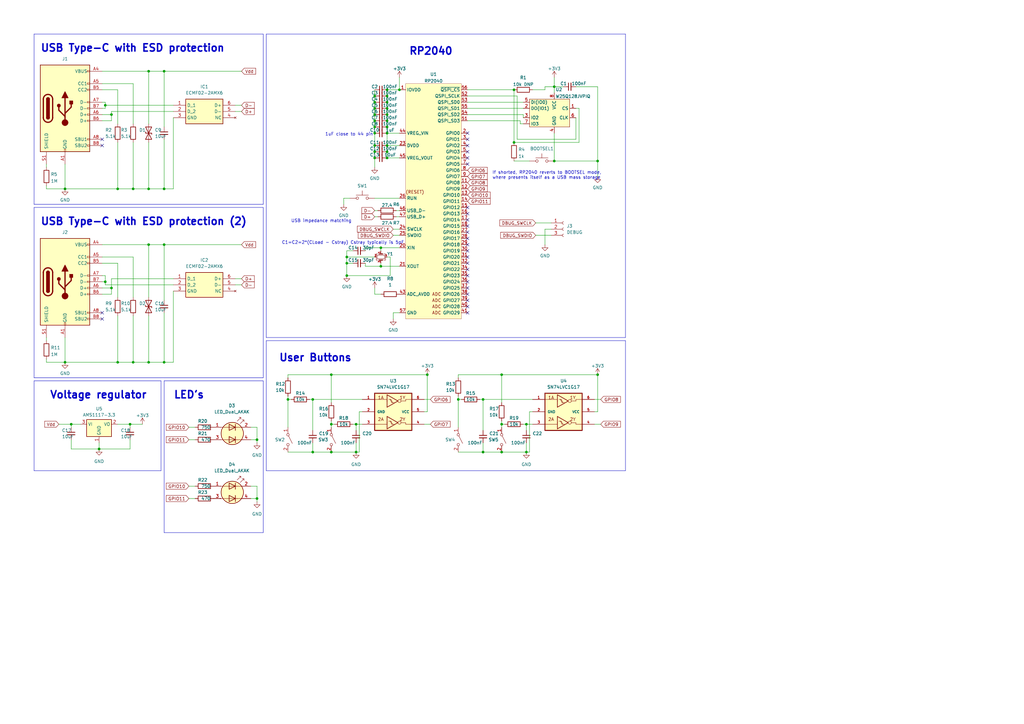
<source format=kicad_sch>
(kicad_sch (version 20230121) (generator eeschema)
  (paper "A3")
  (junction (at 153.67 46.99))
  (junction (at 142.24 105.41))
  (junction (at 26.67 77.47))
  (junction (at 153.67 52.07))
  (junction (at 45.72 46.99))
  (junction (at 245.11 66.04))
  (junction (at 187.96 163.83))
  (junction (at 54.61 148.59))
  (junction (at 60.96 148.59))
  (junction (at 175.26 153.67))
  (junction (at 45.72 118.11))
  (junction (at 158.75 59.69))
  (junction (at 29.21 173.99))
  (junction (at 43.18 115.57))
  (junction (at 215.9 173.99))
  (junction (at 67.31 148.59))
  (junction (at 210.82 36.83))
  (junction (at 128.27 163.83))
  (junction (at 142.24 113.03))
  (junction (at 135.89 185.42))
  (junction (at 245.11 153.67))
  (junction (at 67.31 100.33))
  (junction (at 135.89 153.67))
  (junction (at 105.41 204.47))
  (junction (at 153.67 59.69))
  (junction (at 60.96 100.33))
  (junction (at 210.82 58.42))
  (junction (at 158.75 52.07))
  (junction (at 153.67 54.61))
  (junction (at 118.11 163.83))
  (junction (at 158.75 39.37))
  (junction (at 158.75 44.45))
  (junction (at 158.75 54.61))
  (junction (at 158.75 46.99))
  (junction (at 60.96 29.21))
  (junction (at 227.33 35.56))
  (junction (at 60.96 77.47))
  (junction (at 105.41 180.34))
  (junction (at 198.12 163.83))
  (junction (at 205.74 173.99))
  (junction (at 153.67 39.37))
  (junction (at 156.21 109.22))
  (junction (at 158.75 62.23))
  (junction (at 43.18 43.18))
  (junction (at 153.67 49.53))
  (junction (at 156.21 101.6))
  (junction (at 215.9 185.42))
  (junction (at 48.26 77.47))
  (junction (at 53.34 173.99))
  (junction (at 153.67 41.91))
  (junction (at 158.75 41.91))
  (junction (at 158.75 36.83))
  (junction (at 54.61 77.47))
  (junction (at 153.67 62.23))
  (junction (at 67.31 29.21))
  (junction (at 135.89 173.99))
  (junction (at 227.33 66.04))
  (junction (at 153.67 64.77))
  (junction (at 205.74 153.67))
  (junction (at 48.26 148.59))
  (junction (at 163.83 36.83))
  (junction (at 26.67 148.59))
  (junction (at 146.05 173.99))
  (junction (at 67.31 77.47))
  (junction (at 40.64 184.15))
  (junction (at 146.05 185.42))
  (junction (at 128.27 185.42))
  (junction (at 158.75 49.53))
  (junction (at 142.24 107.95))
  (junction (at 198.12 185.42))
  (junction (at 158.75 64.77))
  (junction (at 153.67 44.45))
  (junction (at 205.74 185.42))
  (no_connect (at 191.77 125.73))
  (no_connect (at 191.77 92.71))
  (no_connect (at 191.77 123.19))
  (no_connect (at 191.77 97.79))
  (no_connect (at 191.77 87.63))
  (no_connect (at 191.77 113.03))
  (no_connect (at 191.77 115.57))
  (no_connect (at 191.77 128.27))
  (no_connect (at 41.91 128.27))
  (no_connect (at 191.77 100.33))
  (no_connect (at 191.77 105.41))
  (no_connect (at 191.77 118.11))
  (no_connect (at 41.91 59.69))
  (no_connect (at 191.77 102.87))
  (no_connect (at 191.77 120.65))
  (no_connect (at 191.77 54.61))
  (no_connect (at 191.77 57.15))
  (no_connect (at 191.77 90.17))
  (no_connect (at 191.77 85.09))
  (no_connect (at 191.77 59.69))
  (no_connect (at 191.77 64.77))
  (no_connect (at 41.91 57.15))
  (no_connect (at 191.77 110.49))
  (no_connect (at 191.77 62.23))
  (no_connect (at 41.91 130.81))
  (no_connect (at 191.77 67.31))
  (no_connect (at 191.77 107.95))
  (no_connect (at 191.77 95.25))
  (wire (pts (xy 43.18 116.84) (xy 43.18 115.57)))
  (wire (pts (xy 227.33 54.61) (xy 227.33 66.04)))
  (wire (pts (xy 135.89 173.99) (xy 137.16 173.99)))
  (wire (pts (xy 60.96 129.54) (xy 60.96 148.59)))
  (wire (pts (xy 135.89 173.99) (xy 135.89 175.26)))
  (wire (pts (xy 102.87 199.39) (xy 105.41 199.39)))
  (wire (pts (xy 60.96 58.42) (xy 60.96 77.47)))
  (wire (pts (xy 146.05 181.61) (xy 146.05 185.42)))
  (wire (pts (xy 29.21 180.34) (xy 29.21 184.15)))
  (wire (pts (xy 227.33 31.75) (xy 227.33 35.56)))
  (wire (pts (xy 19.05 67.31) (xy 19.05 68.58)))
  (wire (pts (xy 128.27 181.61) (xy 128.27 185.42)))
  (wire (pts (xy 26.67 148.59) (xy 48.26 148.59)))
  (wire (pts (xy 43.18 41.91) (xy 41.91 41.91)))
  (wire (pts (xy 175.26 168.91) (xy 173.99 168.91)))
  (wire (pts (xy 163.83 31.75) (xy 163.83 36.83)))
  (wire (pts (xy 135.89 153.67) (xy 175.26 153.67)))
  (wire (pts (xy 54.61 148.59) (xy 48.26 148.59)))
  (wire (pts (xy 142.24 105.41) (xy 153.67 105.41)))
  (wire (pts (xy 71.12 77.47) (xy 67.31 77.47)))
  (wire (pts (xy 205.74 173.99) (xy 207.01 173.99)))
  (wire (pts (xy 60.96 100.33) (xy 67.31 100.33)))
  (wire (pts (xy 214.63 173.99) (xy 215.9 173.99)))
  (wire (pts (xy 205.74 173.99) (xy 205.74 175.26)))
  (wire (pts (xy 158.75 54.61) (xy 163.83 54.61)))
  (wire (pts (xy 245.11 72.39) (xy 245.11 66.04)))
  (wire (pts (xy 105.41 199.39) (xy 105.41 204.47)))
  (polyline (pts (xy 13.97 193.04) (xy 66.04 193.04)))
  (wire (pts (xy 26.67 138.43) (xy 26.67 148.59)))
  (wire (pts (xy 60.96 29.21) (xy 60.96 50.8)))
  (wire (pts (xy 102.87 175.26) (xy 105.41 175.26)))
  (wire (pts (xy 48.26 129.54) (xy 48.26 148.59)))
  (wire (pts (xy 158.75 44.45) (xy 158.75 46.99)))
  (wire (pts (xy 196.85 163.83) (xy 198.12 163.83)))
  (polyline (pts (xy 67.31 156.21) (xy 67.31 218.44)))
  (wire (pts (xy 128.27 185.42) (xy 135.89 185.42)))
  (wire (pts (xy 237.49 44.45) (xy 237.49 58.42)))
  (wire (pts (xy 205.74 153.67) (xy 205.74 165.1)))
  (wire (pts (xy 118.11 185.42) (xy 128.27 185.42)))
  (wire (pts (xy 191.77 41.91) (xy 214.63 41.91)))
  (wire (pts (xy 214.63 50.8) (xy 213.36 50.8)))
  (wire (pts (xy 158.75 49.53) (xy 158.75 52.07)))
  (wire (pts (xy 128.27 163.83) (xy 128.27 176.53)))
  (polyline (pts (xy 13.97 154.94) (xy 13.97 85.09)))
  (wire (pts (xy 118.11 162.56) (xy 118.11 163.83)))
  (wire (pts (xy 161.29 128.27) (xy 161.29 130.81)))
  (wire (pts (xy 210.82 66.04) (xy 217.17 66.04)))
  (wire (pts (xy 215.9 173.99) (xy 215.9 176.53)))
  (wire (pts (xy 67.31 100.33) (xy 67.31 123.19)))
  (wire (pts (xy 205.74 172.72) (xy 205.74 173.99)))
  (wire (pts (xy 67.31 148.59) (xy 60.96 148.59)))
  (wire (pts (xy 187.96 185.42) (xy 198.12 185.42)))
  (wire (pts (xy 245.11 153.67) (xy 245.11 168.91)))
  (wire (pts (xy 77.47 180.34) (xy 80.01 180.34)))
  (wire (pts (xy 24.13 173.99) (xy 29.21 173.99)))
  (wire (pts (xy 219.71 96.52) (xy 226.06 96.52)))
  (wire (pts (xy 43.18 44.45) (xy 43.18 43.18)))
  (wire (pts (xy 41.91 29.21) (xy 60.96 29.21)))
  (wire (pts (xy 219.71 91.44) (xy 226.06 91.44)))
  (wire (pts (xy 158.75 59.69) (xy 163.83 59.69)))
  (wire (pts (xy 158.75 39.37) (xy 158.75 41.91)))
  (wire (pts (xy 71.12 148.59) (xy 67.31 148.59)))
  (wire (pts (xy 153.67 44.45) (xy 153.67 46.99)))
  (wire (pts (xy 227.33 35.56) (xy 227.33 38.1)))
  (wire (pts (xy 158.75 52.07) (xy 158.75 54.61)))
  (wire (pts (xy 67.31 128.27) (xy 67.31 148.59)))
  (wire (pts (xy 53.34 180.34) (xy 53.34 184.15)))
  (wire (pts (xy 153.67 39.37) (xy 153.67 41.91)))
  (wire (pts (xy 149.86 109.22) (xy 149.86 107.95)))
  (polyline (pts (xy 109.22 13.97) (xy 109.22 138.43)))
  (wire (pts (xy 156.21 109.22) (xy 149.86 109.22)))
  (wire (pts (xy 135.89 172.72) (xy 135.89 173.99)))
  (wire (pts (xy 26.67 77.47) (xy 48.26 77.47)))
  (wire (pts (xy 156.21 101.6) (xy 156.21 102.87)))
  (wire (pts (xy 163.83 109.22) (xy 156.21 109.22)))
  (wire (pts (xy 176.53 173.99) (xy 173.99 173.99)))
  (wire (pts (xy 153.67 52.07) (xy 153.67 54.61)))
  (wire (pts (xy 153.67 36.83) (xy 153.67 39.37)))
  (wire (pts (xy 41.91 44.45) (xy 43.18 44.45)))
  (wire (pts (xy 205.74 153.67) (xy 245.11 153.67)))
  (wire (pts (xy 147.32 168.91) (xy 147.32 185.42)))
  (wire (pts (xy 140.97 81.28) (xy 140.97 83.82)))
  (polyline (pts (xy 107.95 13.97) (xy 107.95 83.82)))
  (wire (pts (xy 158.75 41.91) (xy 158.75 44.45)))
  (wire (pts (xy 163.83 101.6) (xy 156.21 101.6)))
  (wire (pts (xy 41.91 100.33) (xy 60.96 100.33)))
  (polyline (pts (xy 67.31 156.21) (xy 107.95 156.21)))
  (wire (pts (xy 187.96 163.83) (xy 187.96 175.26)))
  (wire (pts (xy 236.22 44.45) (xy 237.49 44.45)))
  (wire (pts (xy 71.12 48.26) (xy 71.12 77.47)))
  (polyline (pts (xy 256.54 138.43) (xy 109.22 138.43)))
  (wire (pts (xy 153.67 81.28) (xy 163.83 81.28)))
  (wire (pts (xy 158.75 62.23) (xy 158.75 59.69)))
  (wire (pts (xy 153.67 46.99) (xy 153.67 49.53)))
  (wire (pts (xy 43.18 115.57) (xy 43.18 113.03)))
  (wire (pts (xy 156.21 109.22) (xy 156.21 107.95)))
  (wire (pts (xy 48.26 173.99) (xy 53.34 173.99)))
  (polyline (pts (xy 256.54 13.97) (xy 256.54 138.43)))
  (polyline (pts (xy 256.54 193.04) (xy 256.54 139.7)))
  (wire (pts (xy 144.78 173.99) (xy 146.05 173.99)))
  (polyline (pts (xy 13.97 156.21) (xy 66.04 156.21)))
  (wire (pts (xy 45.72 118.11) (xy 45.72 120.65)))
  (wire (pts (xy 45.72 120.65) (xy 41.91 120.65)))
  (wire (pts (xy 236.22 35.56) (xy 245.11 35.56)))
  (wire (pts (xy 43.18 43.18) (xy 43.18 41.91)))
  (wire (pts (xy 160.02 105.41) (xy 160.02 113.03)))
  (wire (pts (xy 19.05 76.2) (xy 19.05 77.47)))
  (wire (pts (xy 48.26 107.95) (xy 48.26 121.92)))
  (wire (pts (xy 237.49 58.42) (xy 210.82 58.42)))
  (wire (pts (xy 153.67 54.61) (xy 153.67 59.69)))
  (wire (pts (xy 153.67 86.36) (xy 154.94 86.36)))
  (wire (pts (xy 205.74 185.42) (xy 215.9 185.42)))
  (wire (pts (xy 161.29 93.98) (xy 163.83 93.98)))
  (wire (pts (xy 96.52 43.18) (xy 99.06 43.18)))
  (wire (pts (xy 158.75 46.99) (xy 158.75 49.53)))
  (polyline (pts (xy 107.95 154.94) (xy 13.97 154.94)))
  (wire (pts (xy 45.72 45.72) (xy 45.72 46.99)))
  (wire (pts (xy 217.17 168.91) (xy 217.17 185.42)))
  (wire (pts (xy 45.72 118.11) (xy 41.91 118.11)))
  (wire (pts (xy 158.75 54.61) (xy 158.75 59.69)))
  (wire (pts (xy 67.31 77.47) (xy 60.96 77.47)))
  (wire (pts (xy 191.77 44.45) (xy 214.63 44.45)))
  (wire (pts (xy 153.67 41.91) (xy 153.67 44.45)))
  (wire (pts (xy 19.05 138.43) (xy 19.05 139.7)))
  (wire (pts (xy 26.67 67.31) (xy 26.67 77.47)))
  (wire (pts (xy 160.02 113.03) (xy 142.24 113.03)))
  (polyline (pts (xy 109.22 139.7) (xy 109.22 193.04)))
  (polyline (pts (xy 13.97 85.09) (xy 107.95 85.09)))
  (wire (pts (xy 163.83 64.77) (xy 158.75 64.77)))
  (wire (pts (xy 41.91 36.83) (xy 48.26 36.83)))
  (wire (pts (xy 96.52 45.72) (xy 99.06 45.72)))
  (wire (pts (xy 198.12 181.61) (xy 198.12 185.42)))
  (polyline (pts (xy 107.95 218.44) (xy 107.95 156.21)))
  (wire (pts (xy 67.31 29.21) (xy 99.06 29.21)))
  (wire (pts (xy 215.9 173.99) (xy 218.44 173.99)))
  (wire (pts (xy 198.12 163.83) (xy 218.44 163.83)))
  (wire (pts (xy 19.05 147.32) (xy 19.05 148.59)))
  (wire (pts (xy 227.33 35.56) (xy 231.14 35.56)))
  (wire (pts (xy 53.34 173.99) (xy 58.42 173.99)))
  (wire (pts (xy 187.96 162.56) (xy 187.96 163.83)))
  (wire (pts (xy 187.96 153.67) (xy 187.96 154.94)))
  (wire (pts (xy 96.52 114.3) (xy 99.06 114.3)))
  (polyline (pts (xy 107.95 85.09) (xy 107.95 154.94)))
  (wire (pts (xy 158.75 36.83) (xy 163.83 36.83)))
  (polyline (pts (xy 67.31 218.44) (xy 107.95 218.44)))
  (wire (pts (xy 142.24 105.41) (xy 142.24 107.95)))
  (wire (pts (xy 118.11 163.83) (xy 119.38 163.83)))
  (wire (pts (xy 176.53 163.83) (xy 173.99 163.83)))
  (wire (pts (xy 153.67 62.23) (xy 153.67 64.77)))
  (wire (pts (xy 198.12 185.42) (xy 205.74 185.42)))
  (polyline (pts (xy 109.22 193.04) (xy 256.54 193.04)))
  (wire (pts (xy 217.17 185.42) (xy 215.9 185.42)))
  (polyline (pts (xy 109.22 139.7) (xy 256.54 139.7)))
  (wire (pts (xy 60.96 29.21) (xy 67.31 29.21)))
  (wire (pts (xy 161.29 96.52) (xy 163.83 96.52)))
  (wire (pts (xy 135.89 153.67) (xy 118.11 153.67)))
  (wire (pts (xy 45.72 46.99) (xy 41.91 46.99)))
  (wire (pts (xy 105.41 204.47) (xy 105.41 205.74)))
  (wire (pts (xy 163.83 128.27) (xy 161.29 128.27)))
  (wire (pts (xy 19.05 148.59) (xy 26.67 148.59)))
  (wire (pts (xy 54.61 77.47) (xy 48.26 77.47)))
  (wire (pts (xy 223.52 35.56) (xy 227.33 35.56)))
  (wire (pts (xy 54.61 58.42) (xy 54.61 77.47)))
  (wire (pts (xy 135.89 153.67) (xy 135.89 165.1)))
  (wire (pts (xy 215.9 181.61) (xy 215.9 185.42)))
  (wire (pts (xy 71.12 119.38) (xy 71.12 148.59)))
  (wire (pts (xy 153.67 64.77) (xy 153.67 68.58)))
  (wire (pts (xy 146.05 173.99) (xy 148.59 173.99)))
  (wire (pts (xy 142.24 102.87) (xy 142.24 105.41)))
  (wire (pts (xy 227.33 66.04) (xy 245.11 66.04)))
  (wire (pts (xy 67.31 29.21) (xy 67.31 52.07)))
  (polyline (pts (xy 66.04 193.04) (xy 66.04 156.21)))
  (wire (pts (xy 29.21 173.99) (xy 29.21 175.26)))
  (wire (pts (xy 54.61 129.54) (xy 54.61 148.59)))
  (wire (pts (xy 245.11 168.91) (xy 243.84 168.91)))
  (wire (pts (xy 54.61 105.41) (xy 54.61 121.92)))
  (wire (pts (xy 77.47 204.47) (xy 80.01 204.47)))
  (wire (pts (xy 156.21 101.6) (xy 149.86 101.6)))
  (wire (pts (xy 29.21 173.99) (xy 33.02 173.99)))
  (wire (pts (xy 48.26 36.83) (xy 48.26 50.8)))
  (wire (pts (xy 223.52 36.83) (xy 223.52 35.56)))
  (wire (pts (xy 226.06 93.98) (xy 223.52 93.98)))
  (wire (pts (xy 43.18 43.18) (xy 71.12 43.18)))
  (wire (pts (xy 210.82 58.42) (xy 210.82 36.83)))
  (wire (pts (xy 191.77 46.99) (xy 214.63 46.99)))
  (wire (pts (xy 67.31 57.15) (xy 67.31 77.47)))
  (wire (pts (xy 218.44 36.83) (xy 223.52 36.83)))
  (wire (pts (xy 158.75 64.77) (xy 158.75 62.23)))
  (wire (pts (xy 53.34 173.99) (xy 53.34 175.26)))
  (wire (pts (xy 205.74 153.67) (xy 187.96 153.67)))
  (wire (pts (xy 187.96 163.83) (xy 189.23 163.83)))
  (wire (pts (xy 71.12 45.72) (xy 45.72 45.72)))
  (wire (pts (xy 41.91 105.41) (xy 54.61 105.41)))
  (wire (pts (xy 158.75 105.41) (xy 160.02 105.41)))
  (wire (pts (xy 118.11 153.67) (xy 118.11 154.94)))
  (wire (pts (xy 245.11 35.56) (xy 245.11 66.04)))
  (wire (pts (xy 198.12 163.83) (xy 198.12 176.53)))
  (wire (pts (xy 175.26 153.67) (xy 175.26 168.91)))
  (wire (pts (xy 41.91 115.57) (xy 43.18 115.57)))
  (wire (pts (xy 213.36 50.8) (xy 213.36 49.53)))
  (wire (pts (xy 105.41 175.26) (xy 105.41 180.34)))
  (polyline (pts (xy 13.97 156.21) (xy 13.97 193.04)))
  (wire (pts (xy 41.91 107.95) (xy 48.26 107.95)))
  (wire (pts (xy 156.21 120.65) (xy 153.67 120.65)))
  (wire (pts (xy 45.72 114.3) (xy 45.72 118.11)))
  (wire (pts (xy 118.11 163.83) (xy 118.11 175.26)))
  (wire (pts (xy 143.51 81.28) (xy 140.97 81.28)))
  (wire (pts (xy 142.24 107.95) (xy 142.24 113.03)))
  (wire (pts (xy 191.77 39.37) (xy 212.09 39.37)))
  (wire (pts (xy 48.26 58.42) (xy 48.26 77.47)))
  (wire (pts (xy 246.38 163.83) (xy 243.84 163.83)))
  (wire (pts (xy 153.67 49.53) (xy 153.67 52.07)))
  (wire (pts (xy 54.61 34.29) (xy 54.61 50.8)))
  (wire (pts (xy 19.05 77.47) (xy 26.67 77.47)))
  (wire (pts (xy 153.67 59.69) (xy 153.67 62.23)))
  (wire (pts (xy 41.91 34.29) (xy 54.61 34.29)))
  (wire (pts (xy 191.77 49.53) (xy 213.36 49.53)))
  (wire (pts (xy 153.67 88.9) (xy 154.94 88.9)))
  (wire (pts (xy 77.47 199.39) (xy 80.01 199.39)))
  (wire (pts (xy 45.72 49.53) (xy 41.91 49.53)))
  (wire (pts (xy 144.78 102.87) (xy 142.24 102.87)))
  (wire (pts (xy 102.87 204.47) (xy 105.41 204.47)))
  (wire (pts (xy 127 163.83) (xy 128.27 163.83)))
  (wire (pts (xy 162.56 88.9) (xy 163.83 88.9)))
  (wire (pts (xy 67.31 100.33) (xy 99.06 100.33)))
  (wire (pts (xy 153.67 120.65) (xy 153.67 118.11)))
  (wire (pts (xy 148.59 168.91) (xy 147.32 168.91)))
  (wire (pts (xy 158.75 36.83) (xy 158.75 39.37)))
  (wire (pts (xy 77.47 175.26) (xy 80.01 175.26)))
  (wire (pts (xy 191.77 36.83) (xy 210.82 36.83)))
  (polyline (pts (xy 13.97 13.97) (xy 107.95 13.97)))
  (wire (pts (xy 212.09 57.15) (xy 212.09 39.37)))
  (wire (pts (xy 45.72 46.99) (xy 45.72 49.53)))
  (wire (pts (xy 53.34 184.15) (xy 40.64 184.15)))
  (wire (pts (xy 60.96 100.33) (xy 60.96 121.92)))
  (wire (pts (xy 162.56 86.36) (xy 163.83 86.36)))
  (wire (pts (xy 146.05 173.99) (xy 146.05 176.53)))
  (wire (pts (xy 135.89 185.42) (xy 146.05 185.42)))
  (wire (pts (xy 147.32 185.42) (xy 146.05 185.42)))
  (wire (pts (xy 105.41 180.34) (xy 105.41 181.61)))
  (polyline (pts (xy 13.97 83.82) (xy 13.97 13.97)))
  (wire (pts (xy 218.44 168.91) (xy 217.17 168.91)))
  (wire (pts (xy 236.22 48.26) (xy 236.22 57.15)))
  (polyline (pts (xy 109.22 13.97) (xy 256.54 13.97)))
  (wire (pts (xy 102.87 180.34) (xy 105.41 180.34)))
  (wire (pts (xy 236.22 57.15) (xy 212.09 57.15)))
  (wire (pts (xy 71.12 116.84) (xy 43.18 116.84)))
  (wire (pts (xy 60.96 77.47) (xy 54.61 77.47)))
  (wire (pts (xy 29.21 184.15) (xy 40.64 184.15)))
  (wire (pts (xy 43.18 113.03) (xy 41.91 113.03)))
  (wire (pts (xy 60.96 148.59) (xy 54.61 148.59)))
  (wire (pts (xy 96.52 116.84) (xy 99.06 116.84)))
  (wire (pts (xy 40.64 181.61) (xy 40.64 184.15)))
  (wire (pts (xy 149.86 101.6) (xy 149.86 102.87)))
  (wire (pts (xy 128.27 163.83) (xy 148.59 163.83)))
  (wire (pts (xy 246.38 173.99) (xy 243.84 173.99)))
  (polyline (pts (xy 107.95 83.82) (xy 13.97 83.82)))
  (wire (pts (xy 45.72 114.3) (xy 71.12 114.3)))
  (wire (pts (xy 223.52 93.98) (xy 223.52 100.33)))
  (wire (pts (xy 214.63 48.26) (xy 214.63 46.99)))
  (wire (pts (xy 142.24 107.95) (xy 144.78 107.95)))
  (text "USB impedance matching" (at 119.38 91.44 0) (effects (font (size 1.27 1.27)) (justify left bottom)))
  (text "USB Type-C with ESD protection (2)\n" (at 16.51 92.71 0) (effects (font (size 3 3) (thickness 0.6) bold) (justify left bottom)))
  (text "USB Type-C with ESD protection\n" (at 16.51 21.59 0) (effects (font (size 3 3) (thickness 0.6) bold) (justify left bottom)))
  (text "Voltage regulator" (at 20.32 163.83 0) (effects (font (size 3 3) (thickness 0.6) bold) (justify left bottom)))
  (text "LED's" (at 71.12 163.83 0) (effects (font (size 3 3) (thickness 0.6) bold) (justify left bottom)))
  (text "1uF close to 44 pin" (at 133.35 55.88 0) (effects (font (size 1.27 1.27)) (justify left bottom)))
  (text "If shorted, RP2040 reverts to BOOTSEL mode,\nwhere presents itself as a USB mass storage" (at 201.93 73.66 0) (effects (font (size 1.27 1.27)) (justify left bottom)))
  (text "User Buttons" (at 114.3 148.59 0) (effects (font (size 3 3) (thickness 0.6) bold) (justify left bottom)))
  (text "RP2040" (at 167.64 22.86 0) (effects (font (size 3 3) (thickness 0.6) bold) (justify left bottom)))
  (text "C1=C2=2*(CLoad - Cstray) Cstray typically is 5pF" (at 115.57 100.33 0) (effects (font (size 1.27 1.27)) (justify left bottom)))
  (global_label "D+" (shape input) (at 99.06 114.3 0) (property "Intersheetrefs" "${INTERSHEET_REFS}" (effects hide)))
  (global_label "DBUG_SWDIO" (shape input) (at 161.29 96.52 180) (property "Intersheetrefs" "${INTERSHEET_REFS}" (effects hide)))
  (global_label "GPIO11" (shape input) (at 191.77 82.55 0) (property "Intersheetrefs" "${INTERSHEET_REFS}" (effects hide)))
  (global_label "GPIO8" (shape input) (at 246.38 163.83 0) (property "Intersheetrefs" "${INTERSHEET_REFS}" (effects hide)))
  (global_label "D-" (shape input) (at 99.06 43.18 0) (property "Intersheetrefs" "${INTERSHEET_REFS}" (effects hide)))
  (global_label "D-" (shape input) (at 99.06 116.84 0) (property "Intersheetrefs" "${INTERSHEET_REFS}" (effects hide)))
  (global_label "GPIO7" (shape input) (at 176.53 173.99 0) (property "Intersheetrefs" "${INTERSHEET_REFS}" (effects hide)))
  (global_label "GPIO9" (shape input) (at 191.77 77.47 0) (property "Intersheetrefs" "${INTERSHEET_REFS}" (effects hide)))
  (global_label "GPIO7" (shape input) (at 191.77 72.39 0) (property "Intersheetrefs" "${INTERSHEET_REFS}" (effects hide)))
  (global_label "D+" (shape input) (at 153.67 88.9 180) (property "Intersheetrefs" "${INTERSHEET_REFS}" (effects hide)))
  (global_label "GPIO11" (shape input) (at 77.47 180.34 180) (property "Intersheetrefs" "${INTERSHEET_REFS}" (effects hide)))
  (global_label "Vdd" (shape input) (at 99.06 29.21 0) (property "Intersheetrefs" "${INTERSHEET_REFS}" (effects hide)))
  (global_label "DBUG_SWDIO" (shape input) (at 219.71 96.52 180) (property "Intersheetrefs" "${INTERSHEET_REFS}" (effects hide)))
  (global_label "GPIO8" (shape input) (at 191.77 74.93 0) (property "Intersheetrefs" "${INTERSHEET_REFS}" (effects hide)))
  (global_label "D-" (shape input) (at 153.67 86.36 180) (property "Intersheetrefs" "${INTERSHEET_REFS}" (effects hide)))
  (global_label "GPIO6" (shape input) (at 176.53 163.83 0) (property "Intersheetrefs" "${INTERSHEET_REFS}" (effects hide)))
  (global_label "D+" (shape input) (at 99.06 45.72 0) (property "Intersheetrefs" "${INTERSHEET_REFS}" (effects hide)))
  (global_label "GPIO10" (shape input) (at 191.77 80.01 0) (property "Intersheetrefs" "${INTERSHEET_REFS}" (effects hide)))
  (global_label "DBUG_SWCLK" (shape input) (at 161.29 93.98 180) (property "Intersheetrefs" "${INTERSHEET_REFS}" (effects hide)))
  (global_label "Vdd" (shape input) (at 24.13 173.99 180) (property "Intersheetrefs" "${INTERSHEET_REFS}" (effects hide)))
  (global_label "GPIO10" (shape input) (at 77.47 175.26 180) (property "Intersheetrefs" "${INTERSHEET_REFS}" (effects hide)))
  (global_label "GPIO6" (shape input) (at 191.77 69.85 0) (property "Intersheetrefs" "${INTERSHEET_REFS}" (effects hide)))
  (global_label "DBUG_SWCLK" (shape input) (at 219.71 91.44 180) (property "Intersheetrefs" "${INTERSHEET_REFS}" (effects hide)))
  (global_label "GPIO10" (shape input) (at 77.47 199.39 180) (property "Intersheetrefs" "${INTERSHEET_REFS}" (effects hide)))
  (global_label "GPIO11" (shape input) (at 77.47 204.47 180) (property "Intersheetrefs" "${INTERSHEET_REFS}" (effects hide)))
  (global_label "GPIO9" (shape input) (at 246.38 173.99 0) (property "Intersheetrefs" "${INTERSHEET_REFS}" (effects hide)))
  (global_label "Vdd" (shape input) (at 99.06 100.33 0) (property "Intersheetrefs" "${INTERSHEET_REFS}" (effects hide)))
  (symbol (lib_id "Device:R") (at 210.82 62.23 180) (unit 1)
    (property "Reference" "R4" (at 212.598 61.3215 0) (effects (justify right)))
    (property "Value" "1k" (at 212.598 64.0966 0) (effects (justify right)))
    (property "Footprint" "Resistor_SMD:R_0402_1005Metric" (effects hide))
  )
  (symbol (lib_id "Device:C_Small") (at 156.21 36.83 90) (unit 1)
    (property "Reference" "C2" (at 153.67 35.56 90))
    (property "Value" "100nF" (at 160.02 35.56 90))
    (property "Footprint" "Capacitor_SMD:C_0402_1005Metric" (effects hide))
  )
  (symbol (lib_id "Device:R") (at 48.26 125.73 0) (unit 1)
    (property "Reference" "R9" (at 43.18 124.46 0) (effects (justify left)))
    (property "Value" "5.1k" (at 43.18 127 0) (effects (justify left)))
    (property "Footprint" "Resistor_SMD:R_0402_1005Metric" (effects hide))
  )
  (symbol (lib_id "Device:R") (at 83.82 175.26 90) (unit 1)
    (property "Reference" "R20" (at 85.09 172.72 90) (effects (justify left)))
    (property "Value" "750" (at 86.36 175.26 90) (effects (justify left)))
    (property "Footprint" "Resistor_SMD:R_0402_1005Metric" (effects hide))
  )
  (symbol (lib_id "Device:C_Small") (at 147.32 107.95 90) (unit 1)
    (property "Reference" "C15" (at 144.78 106.68 90))
    (property "Value" "30pF" (at 151.13 106.68 90))
    (property "Footprint" "Capacitor_SMD:C_0402_1005Metric" (effects hide))
  )
  (symbol (lib_id "Device:C_Small") (at 67.31 54.61 0) (unit 1)
    (property "Reference" "C9" (at 63.5 53.34 0) (effects (justify left)))
    (property "Value" "10uF" (at 63.5 55.88 0) (effects (justify left)))
    (property "Footprint" "Capacitor_SMD:C_0603_1608Metric" (effects hide))
  )
  (symbol (lib_id "power:GND") (at 142.24 113.03 0) (unit 1)
    (property "Reference" "#PWR07" (effects hide))
    (property "Value" "GND" (at 142.24 117.5925 0))
  )
  (symbol (lib_id "power:GND") (at 215.9 185.42 0) (unit 1)
    (property "Reference" "#PWR017" (effects hide))
    (property "Value" "GND" (at 215.9 190.5 0))
  )
  (symbol (lib_id "Device:R") (at 140.97 173.99 270) (unit 1)
    (property "Reference" "R18" (at 140.97 171.45 90))
    (property "Value" "10k" (at 140.97 173.99 90))
    (property "Footprint" "Resistor_SMD:R_0402_1005Metric" (effects hide))
  )
  (symbol (lib_id "Device:Crystal_GND24_Small") (at 156.21 105.41 270) (unit 1)
    (property "Reference" "Y1" (at 160.02 104.14 90))
    (property "Value" "Crystal_GND24_Small" (effects hide))
    (property "Footprint" "Crystal:Crystal_SMD_3225-4Pin_3.2x2.5mm" (effects hide))
  )
  (symbol (lib_id "Device:R") (at 160.02 120.65 90) (unit 1)
    (property "Reference" "R8" (at 160.02 114.3 90))
    (property "Value" "1" (at 160.02 116.84 90))
    (property "Footprint" "Resistor_SMD:R_0402_1005Metric" (effects hide))
  )
  (symbol (lib_id "Device:C_Small") (at 156.21 39.37 90) (unit 1)
    (property "Reference" "C3" (at 153.67 38.1 90))
    (property "Value" "100nF" (at 160.02 38.1 90))
    (property "Footprint" "Capacitor_SMD:C_0402_1005Metric" (effects hide))
  )
  (symbol (lib_id "Device:R") (at 135.89 168.91 0) (unit 1)
    (property "Reference" "R16" (at 130.81 167.64 0) (effects (justify left)))
    (property "Value" "10k" (at 130.81 170.18 0) (effects (justify left)))
    (property "Footprint" "Resistor_SMD:R_0402_1005Metric" (effects hide))
  )
  (symbol (lib_id "Switch:SW_Push") (at 222.25 66.04 0) (unit 1)
    (property "Reference" "BOOTSEL1" (at 222.25 60.96 0))
    (property "Value" "BOOTSEL" (effects hide))
    (property "Footprint" "_buttons:SW_SMD_XKB_(TS-1809SM-C)" (effects hide))
  )
  (symbol (lib_id "Switch:SW_Push") (at 148.59 81.28 0) (unit 1)
    (property "Reference" "SW1" (at 148.59 76.2 0))
    (property "Value" "SW_Push" (effects hide))
    (property "Footprint" "_buttons:SW_SMD_XKB_(TS-1809SM-C)" (effects hide))
  )
  (symbol (lib_id "Device:R") (at 19.05 72.39 0) (unit 1)
    (property "Reference" "R5" (at 20.828 71.4815 0) (effects (justify left)))
    (property "Value" "1M" (at 20.828 74.2566 0) (effects (justify left)))
    (property "Footprint" "Resistor_SMD:R_0402_1005Metric" (effects hide))
  )
  (symbol (lib_id "Switch:SW_SPST") (at 118.11 180.34 270) (unit 1)
    (property "Reference" "SW2" (at 116.84 180.34 90) (effects (justify right)))
    (property "Value" "SW_SPST" (effects hide))
    (property "Footprint" "_buttons:SW_SMD_KLS7-TS5401" (effects hide))
  )
  (symbol (lib_id "Device:R") (at 123.19 163.83 270) (unit 1)
    (property "Reference" "R14" (at 123.19 161.29 90))
    (property "Value" "10k" (at 123.19 163.83 90))
    (property "Footprint" "Resistor_SMD:R_0402_1005Metric" (effects hide))
  )
  (symbol (lib_id "power:GND") (at 223.52 100.33 0) (unit 1)
    (property "Reference" "#PWR019" (effects hide))
    (property "Value" "GND" (at 223.52 104.8925 0))
  )
  (symbol (lib_id "Device:C_Small") (at 156.21 64.77 90) (unit 1)
    (property "Reference" "C13" (at 153.67 63.5 90))
    (property "Value" "10uF" (at 160.02 63.5 90))
    (property "Footprint" "Capacitor_SMD:C_0603_1608Metric" (effects hide))
  )
  (symbol (lib_id "Switch:SW_SPST") (at 187.96 180.34 270) (unit 1)
    (property "Reference" "SW4" (at 186.69 180.34 90) (effects (justify right)))
    (property "Value" "SW_SPST" (effects hide))
    (property "Footprint" "_buttons:SW_SMD_KLS7-TS5401" (effects hide))
  )
  (symbol (lib_id "Device:R") (at 48.26 54.61 0) (unit 1)
    (property "Reference" "R2" (at 43.18 53.34 0) (effects (justify left)))
    (property "Value" "5.1k" (at 43.18 55.88 0) (effects (justify left)))
    (property "Footprint" "Resistor_SMD:R_0402_1005Metric" (effects hide))
  )
  (symbol (lib_id "Device:LED_Dual_AKAK") (at 95.25 201.93 0) (unit 1)
    (property "Reference" "D4" (at 95.123 190.5 0))
    (property "Value" "LED_Dual_AKAK" (at 95.123 193.04 0))
    (property "Footprint" "_led:LED_RG_KPB-3025" (effects hide))
  )
  (symbol (lib_id "Device:C_Small") (at 215.9 179.07 0) (unit 1)
    (property "Reference" "C22" (at 218.44 177.8063 0) (effects (justify left)))
    (property "Value" "100nF" (at 209.55 181.61 0) (effects (justify left)))
    (property "Footprint" "Capacitor_SMD:C_0402_1005Metric" (effects hide))
  )
  (symbol (lib_id "Switch:SW_SPST") (at 135.89 180.34 270) (unit 1)
    (property "Reference" "SW3" (at 134.62 180.34 90) (effects (justify right)))
    (property "Value" "SW_SPST" (effects hide))
    (property "Footprint" "_buttons:SW_SMD_KLS7-TS5401" (effects hide))
  )
  (symbol (lib_id "power:+3.3V") (at 227.33 31.75 0) (unit 1)
    (property "Reference" "#PWR02" (effects hide))
    (property "Value" "+3.3V" (at 227.33 28.1455 0))
  )
  (symbol (lib_id "power:+3.3V") (at 163.83 31.75 0) (unit 1)
    (property "Reference" "#PWR01" (effects hide))
    (property "Value" "+3.3V" (at 163.83 28.1455 0))
  )
  (symbol (lib_id "Device:D_TVS") (at 60.96 54.61 90) (unit 1)
    (property "Reference" "D1" (at 58.42 53.34 90))
    (property "Value" "D_TVS" (effects hide))
    (property "Footprint" "_basic:ESD_PGB1010603MR" (effects hide))
  )
  (symbol (lib_id "Device:R") (at 83.82 204.47 90) (unit 1)
    (property "Reference" "R23" (at 85.09 201.93 90) (effects (justify left)))
    (property "Value" "470" (at 86.36 204.47 90) (effects (justify left)))
    (property "Footprint" "Resistor_SMD:R_0402_1005Metric" (effects hide))
  )
  (symbol (lib_id "Switch:SW_SPST") (at 205.74 180.34 270) (unit 1)
    (property "Reference" "SW5" (at 204.47 180.34 90) (effects (justify right)))
    (property "Value" "SW_SPST" (effects hide))
    (property "Footprint" "_buttons:SW_SMD_KLS7-TS5401" (effects hide))
  )
  (symbol (lib_id "power:+3.3V") (at 153.67 118.11 0) (unit 1)
    (property "Reference" "#PWR08" (effects hide))
    (property "Value" "+3.3V" (at 153.67 114.5055 0))
  )
  (symbol (lib_id "Device:R") (at 54.61 125.73 0) (unit 1)
    (property "Reference" "R10" (at 49.53 124.46 0) (effects (justify left)))
    (property "Value" "5.1k" (at 49.53 127 0) (effects (justify left)))
    (property "Footprint" "Resistor_SMD:R_0402_1005Metric" (effects hide))
  )
  (symbol (lib_id "Device:C_Small") (at 198.12 179.07 0) (unit 1)
    (property "Reference" "C21" (at 200.66 177.8063 0) (effects (justify left)))
    (property "Value" "100nF" (at 191.77 181.61 0) (effects (justify left)))
    (property "Footprint" "Capacitor_SMD:C_0402_1005Metric" (effects hide))
  )
  (symbol (lib_id "Device:C_Small") (at 156.21 52.07 90) (unit 1)
    (property "Reference" "C8" (at 153.67 50.8 90))
    (property "Value" "100nF" (at 160.02 50.8 90))
    (property "Footprint" "Capacitor_SMD:C_0402_1005Metric" (effects hide))
  )
  (symbol (lib_id "power:+3.3V") (at 58.42 173.99 0) (unit 1)
    (property "Reference" "#PWR013" (effects hide))
    (property "Value" "+3.3V" (at 58.42 170.3855 0))
  )
  (symbol (lib_id "Device:R") (at 187.96 158.75 0) (unit 1)
    (property "Reference" "R13" (at 182.88 157.48 0) (effects (justify left)))
    (property "Value" "10k" (at 182.88 160.02 0) (effects (justify left)))
    (property "Footprint" "Resistor_SMD:R_0402_1005Metric" (effects hide))
  )
  (symbol (lib_id "Device:C_Small") (at 147.32 102.87 90) (unit 1)
    (property "Reference" "C14" (at 144.78 101.6 90))
    (property "Value" "30pF" (at 151.13 101.6 90))
    (property "Footprint" "Capacitor_SMD:C_0402_1005Metric" (effects hide))
  )
  (symbol (lib_id "_chips:74LVC2G14") (at 231.14 168.91 0) (unit 1)
    (property "Reference" "U4" (at 231.14 156.21 0))
    (property "Value" "SN74LVC1G17" (at 231.14 158.75 0))
    (property "Footprint" "Package_TO_SOT_SMD:SOT-23-6" (effects hide))
  )
  (symbol (lib_id "Device:R") (at 83.82 199.39 90) (unit 1)
    (property "Reference" "R22" (at 85.09 196.85 90) (effects (justify left)))
    (property "Value" "750" (at 86.36 199.39 90) (effects (justify left)))
    (property "Footprint" "Resistor_SMD:R_0402_1005Metric" (effects hide))
  )
  (symbol (lib_id "power:GND") (at 105.41 181.61 0) (unit 1)
    (property "Reference" "#PWR014" (effects hide))
    (property "Value" "GND" (at 105.41 186.69 0))
  )
  (symbol (lib_id "power:GND") (at 26.67 77.47 0) (unit 1)
    (property "Reference" "#PWR05" (effects hide))
    (property "Value" "GND" (at 26.67 82.0325 0))
  )
  (symbol (lib_id "Device:R") (at 83.82 180.34 90) (unit 1)
    (property "Reference" "R21" (at 85.09 177.8 90) (effects (justify left)))
    (property "Value" "470" (at 86.36 180.34 90) (effects (justify left)))
    (property "Footprint" "Resistor_SMD:R_0402_1005Metric" (effects hide))
  )
  (symbol (lib_id "_chips:ECMF02-2AMX6") (at 71.12 114.3 0) (unit 1)
    (property "Reference" "IC2" (at 83.82 106.68 0))
    (property "Value" "ECMF02-2AMX6" (at 83.82 109.22 0))
    (property "Footprint" "_chips:ESD_ECMF02-2AMX6" (effects hide))
    (property "Datasheet" "http://www.st.com/content/ccc/resource/technical/document/datasheet/3a/28/cf/d0/31/63/48/8c/CD00282307.pdf/files/CD00282307.pdf/jcr:content/translations/en.CD00282307.pdf" (effects hide))
    (property "Height" "0.55" (effects hide))
    (property "Manufacturer_Name" "STMicroelectronics" (effects hide))
    (property "Manufacturer_Part_Number" "ECMF02-2AMX6" (effects hide))
    (property "Mouser Part Number" "511-ECMF02-2AMX6" (effects hide))
    (property "Mouser Price/Stock" "https://www.mouser.co.uk/ProductDetail/STMicroelectronics/ECMF02-2AMX6?qs=raAh8RbVwI65u5gmT42%2Flg%3D%3D" (effects hide))
    (property "Arrow Part Number" "ECMF02-2AMX6" (effects hide))
    (property "Arrow Price/Stock" "https://www.arrow.com/en/products/ecmf02-2amx6/stmicroelectronics?region=nac" (effects hide))
  )
  (symbol (lib_id "power:GND") (at 146.05 185.42 0) (unit 1)
    (property "Reference" "#PWR016" (effects hide))
    (property "Value" "GND" (at 146.05 190.5 0))
  )
  (symbol (lib_id "Device:C_Small") (at 156.21 62.23 90) (unit 1)
    (property "Reference" "C12" (at 153.67 60.96 90))
    (property "Value" "100nF" (at 160.02 60.96 90))
    (property "Footprint" "Capacitor_SMD:C_0402_1005Metric" (effects hide))
  )
  (symbol (lib_id "Device:R") (at 158.75 88.9 270) (unit 1)
    (property "Reference" "R7" (at 162.56 91.44 90))
    (property "Value" "27.4" (at 158.75 91.44 90))
    (property "Footprint" "Resistor_SMD:R_0402_1005Metric" (effects hide))
  )
  (symbol (lib_id "Regulator_Linear:AMS1117-3.3") (at 40.64 173.99 0) (unit 1)
    (property "Reference" "U5" (at 40.64 167.64 0))
    (property "Value" "AMS1117-3.3" (at 40.64 170.18 0))
    (property "Footprint" "Package_TO_SOT_SMD:SOT-89-3" (effects hide))
    (property "Datasheet" "http://www.advanced-monolithic.com/pdf/ds1117.pdf" (effects hide))
  )
  (symbol (lib_id "Device:D_TVS") (at 60.96 125.73 90) (unit 1)
    (property "Reference" "D2" (at 58.42 124.46 90))
    (property "Value" "D_TVS" (effects hide))
    (property "Footprint" "_basic:ESD_PGB1010603MR" (effects hide))
  )
  (symbol (lib_id "Device:R") (at 118.11 158.75 0) (unit 1)
    (property "Reference" "R12" (at 113.03 157.48 0) (effects (justify left)))
    (property "Value" "10k" (at 113.03 160.02 0) (effects (justify left)))
    (property "Footprint" "Resistor_SMD:R_0402_1005Metric" (effects hide))
  )
  (symbol (lib_id "Device:C_Small") (at 156.21 44.45 90) (unit 1)
    (property "Reference" "C5" (at 153.67 43.18 90))
    (property "Value" "100nF" (at 160.02 43.18 90))
    (property "Footprint" "Capacitor_SMD:C_0402_1005Metric" (effects hide))
  )
  (symbol (lib_id "Connector:USB_C_Receptacle_USB2.0") (at 26.67 115.57 0) (unit 1)
    (property "Reference" "J2" (at 26.67 95.25 0))
    (property "Value" "USB_C_Receptacle_USB2.0" (effects hide))
    (property "Footprint" "_usb:GCT_TYPE-C-USB4505-03-0-A" (effects hide))
    (property "Datasheet" "https://www.usb.org/sites/default/files/documents/usb_type-c.zip" (effects hide))
  )
  (symbol (lib_id "power:GND") (at 140.97 83.82 0) (unit 1)
    (property "Reference" "#PWR06" (effects hide))
    (property "Value" "GND" (at 140.97 88.3825 0))
  )
  (symbol (lib_id "_MK:RP2040") (at 177.8 34.29 0) (unit 1)
    (property "Reference" "U1" (at 177.8 30.45 0))
    (property "Value" "RP2040" (at 177.8 33.2251 0))
    (property "Footprint" "_chips:MK_RP2040" (effects hide))
    (property "Datasheet" "https://datasheets.raspberrypi.org/rp2040/rp2040_datasheet.pdf" (effects hide))
  )
  (symbol (lib_id "Device:C_Small") (at 67.31 125.73 0) (unit 1)
    (property "Reference" "C16" (at 63.5 124.46 0) (effects (justify left)))
    (property "Value" "10uF" (at 63.5 127 0) (effects (justify left)))
    (property "Footprint" "Capacitor_SMD:C_0603_1608Metric" (effects hide))
  )
  (symbol (lib_id "Device:C_Small") (at 156.21 59.69 90) (unit 1)
    (property "Reference" "C11" (at 153.67 58.42 90))
    (property "Value" "100nF" (at 160.02 58.42 90))
    (property "Footprint" "Capacitor_SMD:C_0402_1005Metric" (effects hide))
  )
  (symbol (lib_id "Device:R") (at 214.63 36.83 90) (unit 1)
    (property "Reference" "R1" (at 214.63 31.8475 90))
    (property "Value" "10k DNP" (at 214.63 34.6226 90))
    (property "Footprint" "Resistor_SMD:R_0402_1005Metric" (effects hide))
  )
  (symbol (lib_id "power:+3.3V") (at 175.26 153.67 0) (unit 1)
    (property "Reference" "#PWR011" (effects hide))
    (property "Value" "+3.3V" (at 175.26 150.0655 0))
  )
  (symbol (lib_id "Device:R") (at 54.61 54.61 0) (unit 1)
    (property "Reference" "R3" (at 49.53 53.34 0) (effects (justify left)))
    (property "Value" "5.1k" (at 49.53 55.88 0) (effects (justify left)))
    (property "Footprint" "Resistor_SMD:R_0402_1005Metric" (effects hide))
  )
  (symbol (lib_id "Device:C_Small") (at 156.21 41.91 90) (unit 1)
    (property "Reference" "C4" (at 153.67 40.64 90))
    (property "Value" "100nF" (at 160.02 40.64 90))
    (property "Footprint" "Capacitor_SMD:C_0402_1005Metric" (effects hide))
  )
  (symbol (lib_id "Device:C_Small") (at 156.21 54.61 90) (unit 1)
    (property "Reference" "C10" (at 153.67 53.34 90))
    (property "Value" "1uF" (at 160.02 53.34 90))
    (property "Footprint" "Capacitor_SMD:C_0603_1608Metric" (effects hide))
  )
  (symbol (lib_id "_chips:74LVC2G14") (at 161.29 168.91 0) (unit 1)
    (property "Reference" "U3" (at 161.29 156.21 0))
    (property "Value" "SN74LVC1G17" (at 161.29 158.75 0))
    (property "Footprint" "Package_TO_SOT_SMD:SOT-23-6" (effects hide))
  )
  (symbol (lib_id "Device:C_Small") (at 146.05 179.07 0) (unit 1)
    (property "Reference" "C20" (at 148.59 177.8063 0) (effects (justify left)))
    (property "Value" "100nF" (at 139.7 181.61 0) (effects (justify left)))
    (property "Footprint" "Capacitor_SMD:C_0402_1005Metric" (effects hide))
  )
  (symbol (lib_id "Device:C_Small") (at 156.21 49.53 90) (unit 1)
    (property "Reference" "C7" (at 153.67 48.26 90))
    (property "Value" "100nF" (at 160.02 48.26 90))
    (property "Footprint" "Capacitor_SMD:C_0402_1005Metric" (effects hide))
  )
  (symbol (lib_id "Device:C_Small") (at 53.34 177.8 0) (unit 1)
    (property "Reference" "C18" (at 49.53 176.53 0) (effects (justify left)))
    (property "Value" "10uF" (at 49.53 179.07 0) (effects (justify left)))
    (property "Footprint" "Capacitor_SMD:C_0603_1608Metric" (effects hide))
  )
  (symbol (lib_id "Device:C_Small") (at 29.21 177.8 0) (unit 1)
    (property "Reference" "C17" (at 25.4 176.53 0) (effects (justify left)))
    (property "Value" "10uF" (at 25.4 179.07 0) (effects (justify left)))
    (property "Footprint" "Capacitor_SMD:C_0603_1608Metric" (effects hide))
  )
  (symbol (lib_id "_chips:ECMF02-2AMX6") (at 71.12 43.18 0) (unit 1)
    (property "Reference" "IC1" (at 83.82 35.56 0))
    (property "Value" "ECMF02-2AMX6" (at 83.82 38.1 0))
    (property "Footprint" "_chips:ESD_ECMF02-2AMX6" (effects hide))
    (property "Datasheet" "http://www.st.com/content/ccc/resource/technical/document/datasheet/3a/28/cf/d0/31/63/48/8c/CD00282307.pdf/files/CD00282307.pdf/jcr:content/translations/en.CD00282307.pdf" (effects hide))
    (property "Height" "0.55" (effects hide))
    (property "Manufacturer_Name" "STMicroelectronics" (effects hide))
    (property "Manufacturer_Part_Number" "ECMF02-2AMX6" (effects hide))
    (property "Mouser Part Number" "511-ECMF02-2AMX6" (effects hide))
    (property "Mouser Price/Stock" "https://www.mouser.co.uk/ProductDetail/STMicroelectronics/ECMF02-2AMX6?qs=raAh8RbVwI65u5gmT42%2Flg%3D%3D" (effects hide))
    (property "Arrow Part Number" "ECMF02-2AMX6" (effects hide))
    (property "Arrow Price/Stock" "https://www.arrow.com/en/products/ecmf02-2amx6/stmicroelectronics?region=nac" (effects hide))
  )
  (symbol (lib_id "_MK:W25Q128JVPIQ") (at 229.87 44.45 0) (mirror y) (unit 1)
    (property "Reference" "U2" (at 227.8506 36.7243 0) (effects (justify right)))
    (property "Value" "W25Q128JVPIQ" (at 227.8506 39.4994 0) (effects (justify right)))
    (property "Footprint" "_chips:FLASH_W25Q128JVPIQ" (effects hide))
    (property "Datasheet" "https://datasheet.lcsc.com/lcsc/1809140423_Winbond-Elec-W25Q128JVPIQ_C190862.pdf" (effects hide))
  )
  (symbol (lib_id "Connector:USB_C_Receptacle_USB2.0") (at 26.67 44.45 0) (unit 1)
    (property "Reference" "J1" (at 26.67 24.13 0))
    (property "Value" "USB_C_Receptacle_USB2.0" (effects hide))
    (property "Footprint" "_usb:XKB_TYPE-C-U261-241N-4BS60" (effects hide))
    (property "Datasheet" "https://www.usb.org/sites/default/files/documents/usb_type-c.zip" (effects hide))
  )
  (symbol (lib_id "Connector:Conn_01x03_Socket") (at 231.14 93.98 0) (unit 1)
    (property "Reference" "J3" (at 232.41 92.71 0) (effects (justify left)))
    (property "Value" "DEBUG" (at 232.41 95.25 0) (effects (justify left)))
    (property "Footprint" "Connector_PinHeader_1.00mm:PinHeader_1x03_P1.00mm_Vertical" (effects hide))
  )
  (symbol (lib_id "power:GND") (at 153.67 68.58 0) (unit 1)
    (property "Reference" "#PWR03" (effects hide))
    (property "Value" "GND" (at 153.67 73.1425 0))
  )
  (symbol (lib_id "Device:C_Small") (at 156.21 46.99 90) (unit 1)
    (property "Reference" "C6" (at 153.67 45.72 90))
    (property "Value" "100nF" (at 160.02 45.72 90))
    (property "Footprint" "Capacitor_SMD:C_0402_1005Metric" (effects hide))
  )
  (symbol (lib_id "Device:R") (at 19.05 143.51 0) (unit 1)
    (property "Reference" "R11" (at 20.828 142.6015 0) (effects (justify left)))
    (property "Value" "1M" (at 20.828 145.3766 0) (effects (justify left)))
    (property "Footprint" "Resistor_SMD:R_0402_1005Metric" (effects hide))
  )
  (symbol (lib_id "power:GND") (at 40.64 184.15 0) (unit 1)
    (property "Reference" "#PWR015" (effects hide))
    (property "Value" "GND" (at 40.64 189.23 0))
  )
  (symbol (lib_id "Device:C_Small") (at 233.68 35.56 90) (unit 1)
    (property "Reference" "C1" (at 231.14 34.29 90))
    (property "Value" "100nF" (at 237.49 34.29 90))
    (property "Footprint" "Capacitor_SMD:C_0402_1005Metric" (effects hide))
  )
  (symbol (lib_id "Device:R") (at 210.82 173.99 270) (unit 1)
    (property "Reference" "R19" (at 210.82 171.45 90))
    (property "Value" "10k" (at 210.82 173.99 90))
    (property "Footprint" "Resistor_SMD:R_0402_1005Metric" (effects hide))
  )
  (symbol (lib_id "Device:R") (at 193.04 163.83 270) (unit 1)
    (property "Reference" "R15" (at 193.04 161.29 90))
    (property "Value" "10k" (at 193.04 163.83 90))
    (property "Footprint" "Resistor_SMD:R_0402_1005Metric" (effects hide))
  )
  (symbol (lib_id "power:GND") (at 161.29 130.81 0) (unit 1)
    (property "Reference" "#PWR09" (effects hide))
    (property "Value" "GND" (at 161.29 135.3725 0))
  )
  (symbol (lib_id "power:+3.3V") (at 245.11 153.67 0) (unit 1)
    (property "Reference" "#PWR012" (effects hide))
    (property "Value" "+3.3V" (at 245.11 150.0655 0))
  )
  (symbol (lib_id "power:GND") (at 26.67 148.59 0) (unit 1)
    (property "Reference" "#PWR010" (effects hide))
    (property "Value" "GND" (at 26.67 153.1525 0))
  )
  (symbol (lib_id "Device:LED_Dual_AKAK") (at 95.25 177.8 0) (unit 1)
    (property "Reference" "D3" (at 95.123 166.37 0))
    (property "Value" "LED_Dual_AKAK" (at 95.123 168.91 0))
    (property "Footprint" "_led:LED_RG_KPB-3025" (effects hide))
  )
  (symbol (lib_id "Device:R") (at 158.75 86.36 270) (unit 1)
    (property "Reference" "R6" (at 162.56 83.82 90))
    (property "Value" "27.4" (at 158.75 84.1526 90))
    (property "Footprint" "Resistor_SMD:R_0402_1005Metric" (effects hide))
  )
  (symbol (lib_id "Device:C_Small") (at 128.27 179.07 0) (unit 1)
    (property "Reference" "C19" (at 130.81 177.8063 0) (effects (justify left)))
    (property "Value" "100nF" (at 121.92 181.61 0) (effects (justify left)))
    (property "Footprint" "Capacitor_SMD:C_0402_1005Metric" (effects hide))
  )
  (symbol (lib_id "power:GND") (at 245.11 72.39 0) (unit 1)
    (property "Reference" "#PWR04" (effects hide))
    (property "Value" "GND" (at 245.11 76.9525 0))
  )
  (symbol (lib_id "power:GND") (at 105.41 205.74 0) (unit 1)
    (property "Reference" "#PWR018" (effects hide))
    (property "Value" "GND" (at 105.41 210.82 0))
  )
  (symbol (lib_id "Device:R") (at 205.74 168.91 0) (unit 1)
    (property "Reference" "R17" (at 200.66 167.64 0) (effects (justify left)))
    (property "Value" "10k" (at 200.66 170.18 0) (effects (justify left)))
    (property "Footprint" "Resistor_SMD:R_0402_1005Metric" (effects hide))
  )
)
</source>
